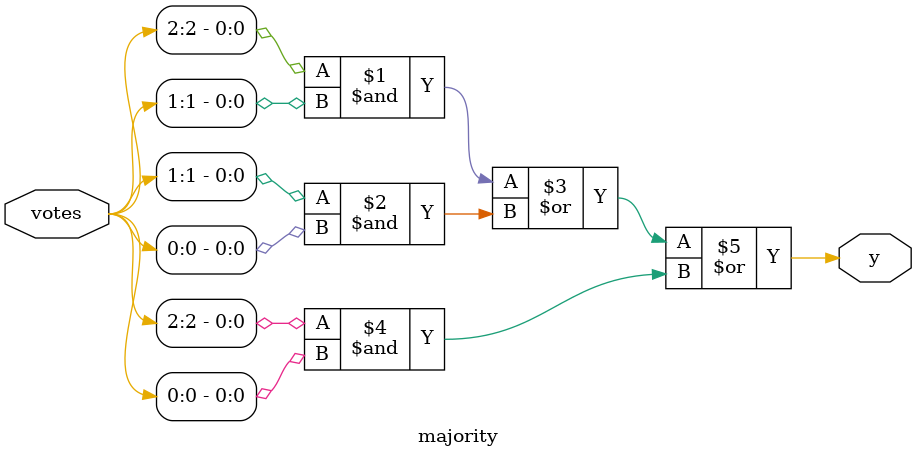
<source format=sv>
module majority (input logic[2:0] votes,
                 output logic y);

  assign y = (votes[2] & votes[1]) | (votes[1] & votes[0]) | (votes[2] & votes[0]);

  // This is a software way of doing it; don't allow this!
  //assign y = (votes[0] + votes[1] + votes[2]) > 1;

endmodule



</source>
